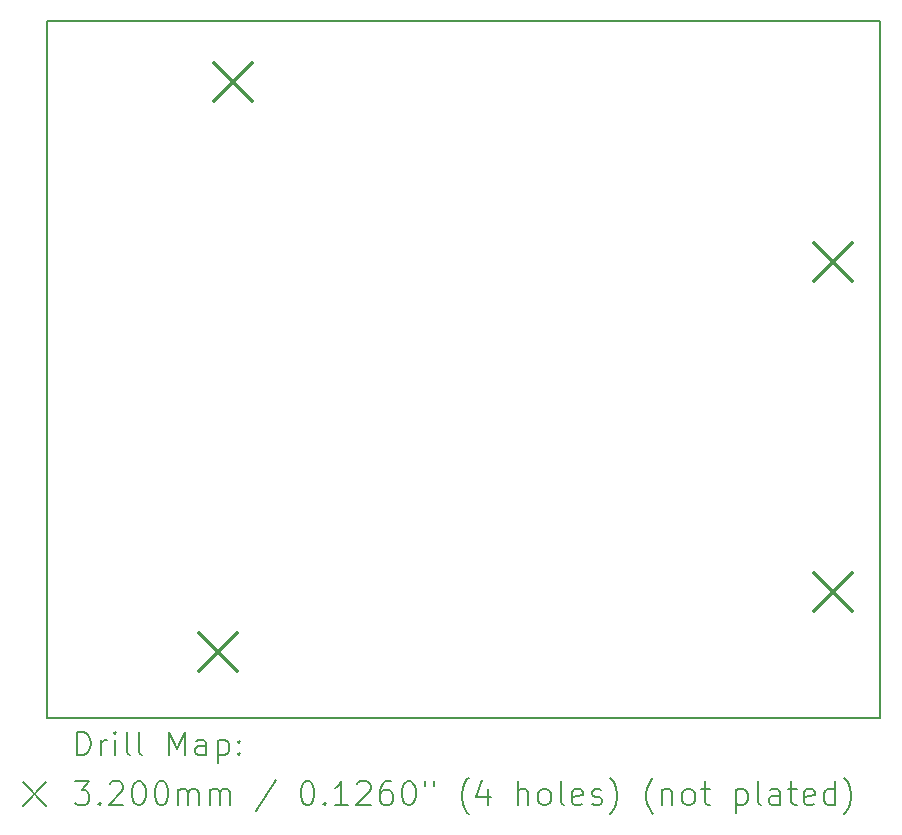
<source format=gbr>
%TF.GenerationSoftware,KiCad,Pcbnew,8.0.8*%
%TF.CreationDate,2025-02-15T02:14:24-07:00*%
%TF.ProjectId,bubble_detector_v2_shield,62756262-6c65-45f6-9465-746563746f72,rev?*%
%TF.SameCoordinates,Original*%
%TF.FileFunction,Drillmap*%
%TF.FilePolarity,Positive*%
%FSLAX45Y45*%
G04 Gerber Fmt 4.5, Leading zero omitted, Abs format (unit mm)*
G04 Created by KiCad (PCBNEW 8.0.8) date 2025-02-15 02:14:24*
%MOMM*%
%LPD*%
G01*
G04 APERTURE LIST*
%ADD10C,0.150000*%
%ADD11C,0.200000*%
%ADD12C,0.320000*%
G04 APERTURE END LIST*
D10*
X9950000Y-4400000D02*
X10850000Y-4400000D01*
X9950000Y-10300000D02*
X9950000Y-4400000D01*
X10850000Y-10300000D02*
X9950000Y-10300000D01*
X17000000Y-10300000D02*
X17000000Y-10200000D01*
X10850000Y-10300000D02*
X17000000Y-10300000D01*
X17000000Y-4400000D02*
X10850000Y-4400000D01*
X17000000Y-10200000D02*
X17000000Y-4400000D01*
D11*
D12*
X11237000Y-9586000D02*
X11557000Y-9906000D01*
X11557000Y-9586000D02*
X11237000Y-9906000D01*
X11364000Y-4760000D02*
X11684000Y-5080000D01*
X11684000Y-4760000D02*
X11364000Y-5080000D01*
X16444000Y-6284000D02*
X16764000Y-6604000D01*
X16764000Y-6284000D02*
X16444000Y-6604000D01*
X16444000Y-9078000D02*
X16764000Y-9398000D01*
X16764000Y-9078000D02*
X16444000Y-9398000D01*
D11*
X10203277Y-10618984D02*
X10203277Y-10418984D01*
X10203277Y-10418984D02*
X10250896Y-10418984D01*
X10250896Y-10418984D02*
X10279467Y-10428508D01*
X10279467Y-10428508D02*
X10298515Y-10447555D01*
X10298515Y-10447555D02*
X10308039Y-10466603D01*
X10308039Y-10466603D02*
X10317563Y-10504698D01*
X10317563Y-10504698D02*
X10317563Y-10533270D01*
X10317563Y-10533270D02*
X10308039Y-10571365D01*
X10308039Y-10571365D02*
X10298515Y-10590412D01*
X10298515Y-10590412D02*
X10279467Y-10609460D01*
X10279467Y-10609460D02*
X10250896Y-10618984D01*
X10250896Y-10618984D02*
X10203277Y-10618984D01*
X10403277Y-10618984D02*
X10403277Y-10485650D01*
X10403277Y-10523746D02*
X10412801Y-10504698D01*
X10412801Y-10504698D02*
X10422324Y-10495174D01*
X10422324Y-10495174D02*
X10441372Y-10485650D01*
X10441372Y-10485650D02*
X10460420Y-10485650D01*
X10527086Y-10618984D02*
X10527086Y-10485650D01*
X10527086Y-10418984D02*
X10517563Y-10428508D01*
X10517563Y-10428508D02*
X10527086Y-10438031D01*
X10527086Y-10438031D02*
X10536610Y-10428508D01*
X10536610Y-10428508D02*
X10527086Y-10418984D01*
X10527086Y-10418984D02*
X10527086Y-10438031D01*
X10650896Y-10618984D02*
X10631848Y-10609460D01*
X10631848Y-10609460D02*
X10622324Y-10590412D01*
X10622324Y-10590412D02*
X10622324Y-10418984D01*
X10755658Y-10618984D02*
X10736610Y-10609460D01*
X10736610Y-10609460D02*
X10727086Y-10590412D01*
X10727086Y-10590412D02*
X10727086Y-10418984D01*
X10984229Y-10618984D02*
X10984229Y-10418984D01*
X10984229Y-10418984D02*
X11050896Y-10561841D01*
X11050896Y-10561841D02*
X11117563Y-10418984D01*
X11117563Y-10418984D02*
X11117563Y-10618984D01*
X11298515Y-10618984D02*
X11298515Y-10514222D01*
X11298515Y-10514222D02*
X11288991Y-10495174D01*
X11288991Y-10495174D02*
X11269943Y-10485650D01*
X11269943Y-10485650D02*
X11231848Y-10485650D01*
X11231848Y-10485650D02*
X11212801Y-10495174D01*
X11298515Y-10609460D02*
X11279467Y-10618984D01*
X11279467Y-10618984D02*
X11231848Y-10618984D01*
X11231848Y-10618984D02*
X11212801Y-10609460D01*
X11212801Y-10609460D02*
X11203277Y-10590412D01*
X11203277Y-10590412D02*
X11203277Y-10571365D01*
X11203277Y-10571365D02*
X11212801Y-10552317D01*
X11212801Y-10552317D02*
X11231848Y-10542793D01*
X11231848Y-10542793D02*
X11279467Y-10542793D01*
X11279467Y-10542793D02*
X11298515Y-10533270D01*
X11393753Y-10485650D02*
X11393753Y-10685650D01*
X11393753Y-10495174D02*
X11412801Y-10485650D01*
X11412801Y-10485650D02*
X11450896Y-10485650D01*
X11450896Y-10485650D02*
X11469943Y-10495174D01*
X11469943Y-10495174D02*
X11479467Y-10504698D01*
X11479467Y-10504698D02*
X11488991Y-10523746D01*
X11488991Y-10523746D02*
X11488991Y-10580889D01*
X11488991Y-10580889D02*
X11479467Y-10599936D01*
X11479467Y-10599936D02*
X11469943Y-10609460D01*
X11469943Y-10609460D02*
X11450896Y-10618984D01*
X11450896Y-10618984D02*
X11412801Y-10618984D01*
X11412801Y-10618984D02*
X11393753Y-10609460D01*
X11574705Y-10599936D02*
X11584229Y-10609460D01*
X11584229Y-10609460D02*
X11574705Y-10618984D01*
X11574705Y-10618984D02*
X11565182Y-10609460D01*
X11565182Y-10609460D02*
X11574705Y-10599936D01*
X11574705Y-10599936D02*
X11574705Y-10618984D01*
X11574705Y-10495174D02*
X11584229Y-10504698D01*
X11584229Y-10504698D02*
X11574705Y-10514222D01*
X11574705Y-10514222D02*
X11565182Y-10504698D01*
X11565182Y-10504698D02*
X11574705Y-10495174D01*
X11574705Y-10495174D02*
X11574705Y-10514222D01*
X9742500Y-10847500D02*
X9942500Y-11047500D01*
X9942500Y-10847500D02*
X9742500Y-11047500D01*
X10184229Y-10838984D02*
X10308039Y-10838984D01*
X10308039Y-10838984D02*
X10241372Y-10915174D01*
X10241372Y-10915174D02*
X10269944Y-10915174D01*
X10269944Y-10915174D02*
X10288991Y-10924698D01*
X10288991Y-10924698D02*
X10298515Y-10934222D01*
X10298515Y-10934222D02*
X10308039Y-10953270D01*
X10308039Y-10953270D02*
X10308039Y-11000889D01*
X10308039Y-11000889D02*
X10298515Y-11019936D01*
X10298515Y-11019936D02*
X10288991Y-11029460D01*
X10288991Y-11029460D02*
X10269944Y-11038984D01*
X10269944Y-11038984D02*
X10212801Y-11038984D01*
X10212801Y-11038984D02*
X10193753Y-11029460D01*
X10193753Y-11029460D02*
X10184229Y-11019936D01*
X10393753Y-11019936D02*
X10403277Y-11029460D01*
X10403277Y-11029460D02*
X10393753Y-11038984D01*
X10393753Y-11038984D02*
X10384229Y-11029460D01*
X10384229Y-11029460D02*
X10393753Y-11019936D01*
X10393753Y-11019936D02*
X10393753Y-11038984D01*
X10479467Y-10858031D02*
X10488991Y-10848508D01*
X10488991Y-10848508D02*
X10508039Y-10838984D01*
X10508039Y-10838984D02*
X10555658Y-10838984D01*
X10555658Y-10838984D02*
X10574705Y-10848508D01*
X10574705Y-10848508D02*
X10584229Y-10858031D01*
X10584229Y-10858031D02*
X10593753Y-10877079D01*
X10593753Y-10877079D02*
X10593753Y-10896127D01*
X10593753Y-10896127D02*
X10584229Y-10924698D01*
X10584229Y-10924698D02*
X10469944Y-11038984D01*
X10469944Y-11038984D02*
X10593753Y-11038984D01*
X10717563Y-10838984D02*
X10736610Y-10838984D01*
X10736610Y-10838984D02*
X10755658Y-10848508D01*
X10755658Y-10848508D02*
X10765182Y-10858031D01*
X10765182Y-10858031D02*
X10774705Y-10877079D01*
X10774705Y-10877079D02*
X10784229Y-10915174D01*
X10784229Y-10915174D02*
X10784229Y-10962793D01*
X10784229Y-10962793D02*
X10774705Y-11000889D01*
X10774705Y-11000889D02*
X10765182Y-11019936D01*
X10765182Y-11019936D02*
X10755658Y-11029460D01*
X10755658Y-11029460D02*
X10736610Y-11038984D01*
X10736610Y-11038984D02*
X10717563Y-11038984D01*
X10717563Y-11038984D02*
X10698515Y-11029460D01*
X10698515Y-11029460D02*
X10688991Y-11019936D01*
X10688991Y-11019936D02*
X10679467Y-11000889D01*
X10679467Y-11000889D02*
X10669944Y-10962793D01*
X10669944Y-10962793D02*
X10669944Y-10915174D01*
X10669944Y-10915174D02*
X10679467Y-10877079D01*
X10679467Y-10877079D02*
X10688991Y-10858031D01*
X10688991Y-10858031D02*
X10698515Y-10848508D01*
X10698515Y-10848508D02*
X10717563Y-10838984D01*
X10908039Y-10838984D02*
X10927086Y-10838984D01*
X10927086Y-10838984D02*
X10946134Y-10848508D01*
X10946134Y-10848508D02*
X10955658Y-10858031D01*
X10955658Y-10858031D02*
X10965182Y-10877079D01*
X10965182Y-10877079D02*
X10974705Y-10915174D01*
X10974705Y-10915174D02*
X10974705Y-10962793D01*
X10974705Y-10962793D02*
X10965182Y-11000889D01*
X10965182Y-11000889D02*
X10955658Y-11019936D01*
X10955658Y-11019936D02*
X10946134Y-11029460D01*
X10946134Y-11029460D02*
X10927086Y-11038984D01*
X10927086Y-11038984D02*
X10908039Y-11038984D01*
X10908039Y-11038984D02*
X10888991Y-11029460D01*
X10888991Y-11029460D02*
X10879467Y-11019936D01*
X10879467Y-11019936D02*
X10869944Y-11000889D01*
X10869944Y-11000889D02*
X10860420Y-10962793D01*
X10860420Y-10962793D02*
X10860420Y-10915174D01*
X10860420Y-10915174D02*
X10869944Y-10877079D01*
X10869944Y-10877079D02*
X10879467Y-10858031D01*
X10879467Y-10858031D02*
X10888991Y-10848508D01*
X10888991Y-10848508D02*
X10908039Y-10838984D01*
X11060420Y-11038984D02*
X11060420Y-10905650D01*
X11060420Y-10924698D02*
X11069944Y-10915174D01*
X11069944Y-10915174D02*
X11088991Y-10905650D01*
X11088991Y-10905650D02*
X11117563Y-10905650D01*
X11117563Y-10905650D02*
X11136610Y-10915174D01*
X11136610Y-10915174D02*
X11146134Y-10934222D01*
X11146134Y-10934222D02*
X11146134Y-11038984D01*
X11146134Y-10934222D02*
X11155658Y-10915174D01*
X11155658Y-10915174D02*
X11174705Y-10905650D01*
X11174705Y-10905650D02*
X11203277Y-10905650D01*
X11203277Y-10905650D02*
X11222324Y-10915174D01*
X11222324Y-10915174D02*
X11231848Y-10934222D01*
X11231848Y-10934222D02*
X11231848Y-11038984D01*
X11327086Y-11038984D02*
X11327086Y-10905650D01*
X11327086Y-10924698D02*
X11336610Y-10915174D01*
X11336610Y-10915174D02*
X11355658Y-10905650D01*
X11355658Y-10905650D02*
X11384229Y-10905650D01*
X11384229Y-10905650D02*
X11403277Y-10915174D01*
X11403277Y-10915174D02*
X11412801Y-10934222D01*
X11412801Y-10934222D02*
X11412801Y-11038984D01*
X11412801Y-10934222D02*
X11422324Y-10915174D01*
X11422324Y-10915174D02*
X11441372Y-10905650D01*
X11441372Y-10905650D02*
X11469943Y-10905650D01*
X11469943Y-10905650D02*
X11488991Y-10915174D01*
X11488991Y-10915174D02*
X11498515Y-10934222D01*
X11498515Y-10934222D02*
X11498515Y-11038984D01*
X11888991Y-10829460D02*
X11717563Y-11086603D01*
X12146134Y-10838984D02*
X12165182Y-10838984D01*
X12165182Y-10838984D02*
X12184229Y-10848508D01*
X12184229Y-10848508D02*
X12193753Y-10858031D01*
X12193753Y-10858031D02*
X12203277Y-10877079D01*
X12203277Y-10877079D02*
X12212801Y-10915174D01*
X12212801Y-10915174D02*
X12212801Y-10962793D01*
X12212801Y-10962793D02*
X12203277Y-11000889D01*
X12203277Y-11000889D02*
X12193753Y-11019936D01*
X12193753Y-11019936D02*
X12184229Y-11029460D01*
X12184229Y-11029460D02*
X12165182Y-11038984D01*
X12165182Y-11038984D02*
X12146134Y-11038984D01*
X12146134Y-11038984D02*
X12127086Y-11029460D01*
X12127086Y-11029460D02*
X12117563Y-11019936D01*
X12117563Y-11019936D02*
X12108039Y-11000889D01*
X12108039Y-11000889D02*
X12098515Y-10962793D01*
X12098515Y-10962793D02*
X12098515Y-10915174D01*
X12098515Y-10915174D02*
X12108039Y-10877079D01*
X12108039Y-10877079D02*
X12117563Y-10858031D01*
X12117563Y-10858031D02*
X12127086Y-10848508D01*
X12127086Y-10848508D02*
X12146134Y-10838984D01*
X12298515Y-11019936D02*
X12308039Y-11029460D01*
X12308039Y-11029460D02*
X12298515Y-11038984D01*
X12298515Y-11038984D02*
X12288991Y-11029460D01*
X12288991Y-11029460D02*
X12298515Y-11019936D01*
X12298515Y-11019936D02*
X12298515Y-11038984D01*
X12498515Y-11038984D02*
X12384229Y-11038984D01*
X12441372Y-11038984D02*
X12441372Y-10838984D01*
X12441372Y-10838984D02*
X12422325Y-10867555D01*
X12422325Y-10867555D02*
X12403277Y-10886603D01*
X12403277Y-10886603D02*
X12384229Y-10896127D01*
X12574706Y-10858031D02*
X12584229Y-10848508D01*
X12584229Y-10848508D02*
X12603277Y-10838984D01*
X12603277Y-10838984D02*
X12650896Y-10838984D01*
X12650896Y-10838984D02*
X12669944Y-10848508D01*
X12669944Y-10848508D02*
X12679467Y-10858031D01*
X12679467Y-10858031D02*
X12688991Y-10877079D01*
X12688991Y-10877079D02*
X12688991Y-10896127D01*
X12688991Y-10896127D02*
X12679467Y-10924698D01*
X12679467Y-10924698D02*
X12565182Y-11038984D01*
X12565182Y-11038984D02*
X12688991Y-11038984D01*
X12860420Y-10838984D02*
X12822325Y-10838984D01*
X12822325Y-10838984D02*
X12803277Y-10848508D01*
X12803277Y-10848508D02*
X12793753Y-10858031D01*
X12793753Y-10858031D02*
X12774706Y-10886603D01*
X12774706Y-10886603D02*
X12765182Y-10924698D01*
X12765182Y-10924698D02*
X12765182Y-11000889D01*
X12765182Y-11000889D02*
X12774706Y-11019936D01*
X12774706Y-11019936D02*
X12784229Y-11029460D01*
X12784229Y-11029460D02*
X12803277Y-11038984D01*
X12803277Y-11038984D02*
X12841372Y-11038984D01*
X12841372Y-11038984D02*
X12860420Y-11029460D01*
X12860420Y-11029460D02*
X12869944Y-11019936D01*
X12869944Y-11019936D02*
X12879467Y-11000889D01*
X12879467Y-11000889D02*
X12879467Y-10953270D01*
X12879467Y-10953270D02*
X12869944Y-10934222D01*
X12869944Y-10934222D02*
X12860420Y-10924698D01*
X12860420Y-10924698D02*
X12841372Y-10915174D01*
X12841372Y-10915174D02*
X12803277Y-10915174D01*
X12803277Y-10915174D02*
X12784229Y-10924698D01*
X12784229Y-10924698D02*
X12774706Y-10934222D01*
X12774706Y-10934222D02*
X12765182Y-10953270D01*
X13003277Y-10838984D02*
X13022325Y-10838984D01*
X13022325Y-10838984D02*
X13041372Y-10848508D01*
X13041372Y-10848508D02*
X13050896Y-10858031D01*
X13050896Y-10858031D02*
X13060420Y-10877079D01*
X13060420Y-10877079D02*
X13069944Y-10915174D01*
X13069944Y-10915174D02*
X13069944Y-10962793D01*
X13069944Y-10962793D02*
X13060420Y-11000889D01*
X13060420Y-11000889D02*
X13050896Y-11019936D01*
X13050896Y-11019936D02*
X13041372Y-11029460D01*
X13041372Y-11029460D02*
X13022325Y-11038984D01*
X13022325Y-11038984D02*
X13003277Y-11038984D01*
X13003277Y-11038984D02*
X12984229Y-11029460D01*
X12984229Y-11029460D02*
X12974706Y-11019936D01*
X12974706Y-11019936D02*
X12965182Y-11000889D01*
X12965182Y-11000889D02*
X12955658Y-10962793D01*
X12955658Y-10962793D02*
X12955658Y-10915174D01*
X12955658Y-10915174D02*
X12965182Y-10877079D01*
X12965182Y-10877079D02*
X12974706Y-10858031D01*
X12974706Y-10858031D02*
X12984229Y-10848508D01*
X12984229Y-10848508D02*
X13003277Y-10838984D01*
X13146134Y-10838984D02*
X13146134Y-10877079D01*
X13222325Y-10838984D02*
X13222325Y-10877079D01*
X13517563Y-11115174D02*
X13508039Y-11105650D01*
X13508039Y-11105650D02*
X13488991Y-11077079D01*
X13488991Y-11077079D02*
X13479468Y-11058031D01*
X13479468Y-11058031D02*
X13469944Y-11029460D01*
X13469944Y-11029460D02*
X13460420Y-10981841D01*
X13460420Y-10981841D02*
X13460420Y-10943746D01*
X13460420Y-10943746D02*
X13469944Y-10896127D01*
X13469944Y-10896127D02*
X13479468Y-10867555D01*
X13479468Y-10867555D02*
X13488991Y-10848508D01*
X13488991Y-10848508D02*
X13508039Y-10819936D01*
X13508039Y-10819936D02*
X13517563Y-10810412D01*
X13679468Y-10905650D02*
X13679468Y-11038984D01*
X13631848Y-10829460D02*
X13584229Y-10972317D01*
X13584229Y-10972317D02*
X13708039Y-10972317D01*
X13936610Y-11038984D02*
X13936610Y-10838984D01*
X14022325Y-11038984D02*
X14022325Y-10934222D01*
X14022325Y-10934222D02*
X14012801Y-10915174D01*
X14012801Y-10915174D02*
X13993753Y-10905650D01*
X13993753Y-10905650D02*
X13965182Y-10905650D01*
X13965182Y-10905650D02*
X13946134Y-10915174D01*
X13946134Y-10915174D02*
X13936610Y-10924698D01*
X14146134Y-11038984D02*
X14127087Y-11029460D01*
X14127087Y-11029460D02*
X14117563Y-11019936D01*
X14117563Y-11019936D02*
X14108039Y-11000889D01*
X14108039Y-11000889D02*
X14108039Y-10943746D01*
X14108039Y-10943746D02*
X14117563Y-10924698D01*
X14117563Y-10924698D02*
X14127087Y-10915174D01*
X14127087Y-10915174D02*
X14146134Y-10905650D01*
X14146134Y-10905650D02*
X14174706Y-10905650D01*
X14174706Y-10905650D02*
X14193753Y-10915174D01*
X14193753Y-10915174D02*
X14203277Y-10924698D01*
X14203277Y-10924698D02*
X14212801Y-10943746D01*
X14212801Y-10943746D02*
X14212801Y-11000889D01*
X14212801Y-11000889D02*
X14203277Y-11019936D01*
X14203277Y-11019936D02*
X14193753Y-11029460D01*
X14193753Y-11029460D02*
X14174706Y-11038984D01*
X14174706Y-11038984D02*
X14146134Y-11038984D01*
X14327087Y-11038984D02*
X14308039Y-11029460D01*
X14308039Y-11029460D02*
X14298515Y-11010412D01*
X14298515Y-11010412D02*
X14298515Y-10838984D01*
X14479468Y-11029460D02*
X14460420Y-11038984D01*
X14460420Y-11038984D02*
X14422325Y-11038984D01*
X14422325Y-11038984D02*
X14403277Y-11029460D01*
X14403277Y-11029460D02*
X14393753Y-11010412D01*
X14393753Y-11010412D02*
X14393753Y-10934222D01*
X14393753Y-10934222D02*
X14403277Y-10915174D01*
X14403277Y-10915174D02*
X14422325Y-10905650D01*
X14422325Y-10905650D02*
X14460420Y-10905650D01*
X14460420Y-10905650D02*
X14479468Y-10915174D01*
X14479468Y-10915174D02*
X14488991Y-10934222D01*
X14488991Y-10934222D02*
X14488991Y-10953270D01*
X14488991Y-10953270D02*
X14393753Y-10972317D01*
X14565182Y-11029460D02*
X14584230Y-11038984D01*
X14584230Y-11038984D02*
X14622325Y-11038984D01*
X14622325Y-11038984D02*
X14641372Y-11029460D01*
X14641372Y-11029460D02*
X14650896Y-11010412D01*
X14650896Y-11010412D02*
X14650896Y-11000889D01*
X14650896Y-11000889D02*
X14641372Y-10981841D01*
X14641372Y-10981841D02*
X14622325Y-10972317D01*
X14622325Y-10972317D02*
X14593753Y-10972317D01*
X14593753Y-10972317D02*
X14574706Y-10962793D01*
X14574706Y-10962793D02*
X14565182Y-10943746D01*
X14565182Y-10943746D02*
X14565182Y-10934222D01*
X14565182Y-10934222D02*
X14574706Y-10915174D01*
X14574706Y-10915174D02*
X14593753Y-10905650D01*
X14593753Y-10905650D02*
X14622325Y-10905650D01*
X14622325Y-10905650D02*
X14641372Y-10915174D01*
X14717563Y-11115174D02*
X14727087Y-11105650D01*
X14727087Y-11105650D02*
X14746134Y-11077079D01*
X14746134Y-11077079D02*
X14755658Y-11058031D01*
X14755658Y-11058031D02*
X14765182Y-11029460D01*
X14765182Y-11029460D02*
X14774706Y-10981841D01*
X14774706Y-10981841D02*
X14774706Y-10943746D01*
X14774706Y-10943746D02*
X14765182Y-10896127D01*
X14765182Y-10896127D02*
X14755658Y-10867555D01*
X14755658Y-10867555D02*
X14746134Y-10848508D01*
X14746134Y-10848508D02*
X14727087Y-10819936D01*
X14727087Y-10819936D02*
X14717563Y-10810412D01*
X15079468Y-11115174D02*
X15069944Y-11105650D01*
X15069944Y-11105650D02*
X15050896Y-11077079D01*
X15050896Y-11077079D02*
X15041372Y-11058031D01*
X15041372Y-11058031D02*
X15031849Y-11029460D01*
X15031849Y-11029460D02*
X15022325Y-10981841D01*
X15022325Y-10981841D02*
X15022325Y-10943746D01*
X15022325Y-10943746D02*
X15031849Y-10896127D01*
X15031849Y-10896127D02*
X15041372Y-10867555D01*
X15041372Y-10867555D02*
X15050896Y-10848508D01*
X15050896Y-10848508D02*
X15069944Y-10819936D01*
X15069944Y-10819936D02*
X15079468Y-10810412D01*
X15155658Y-10905650D02*
X15155658Y-11038984D01*
X15155658Y-10924698D02*
X15165182Y-10915174D01*
X15165182Y-10915174D02*
X15184230Y-10905650D01*
X15184230Y-10905650D02*
X15212801Y-10905650D01*
X15212801Y-10905650D02*
X15231849Y-10915174D01*
X15231849Y-10915174D02*
X15241372Y-10934222D01*
X15241372Y-10934222D02*
X15241372Y-11038984D01*
X15365182Y-11038984D02*
X15346134Y-11029460D01*
X15346134Y-11029460D02*
X15336611Y-11019936D01*
X15336611Y-11019936D02*
X15327087Y-11000889D01*
X15327087Y-11000889D02*
X15327087Y-10943746D01*
X15327087Y-10943746D02*
X15336611Y-10924698D01*
X15336611Y-10924698D02*
X15346134Y-10915174D01*
X15346134Y-10915174D02*
X15365182Y-10905650D01*
X15365182Y-10905650D02*
X15393753Y-10905650D01*
X15393753Y-10905650D02*
X15412801Y-10915174D01*
X15412801Y-10915174D02*
X15422325Y-10924698D01*
X15422325Y-10924698D02*
X15431849Y-10943746D01*
X15431849Y-10943746D02*
X15431849Y-11000889D01*
X15431849Y-11000889D02*
X15422325Y-11019936D01*
X15422325Y-11019936D02*
X15412801Y-11029460D01*
X15412801Y-11029460D02*
X15393753Y-11038984D01*
X15393753Y-11038984D02*
X15365182Y-11038984D01*
X15488992Y-10905650D02*
X15565182Y-10905650D01*
X15517563Y-10838984D02*
X15517563Y-11010412D01*
X15517563Y-11010412D02*
X15527087Y-11029460D01*
X15527087Y-11029460D02*
X15546134Y-11038984D01*
X15546134Y-11038984D02*
X15565182Y-11038984D01*
X15784230Y-10905650D02*
X15784230Y-11105650D01*
X15784230Y-10915174D02*
X15803277Y-10905650D01*
X15803277Y-10905650D02*
X15841373Y-10905650D01*
X15841373Y-10905650D02*
X15860420Y-10915174D01*
X15860420Y-10915174D02*
X15869944Y-10924698D01*
X15869944Y-10924698D02*
X15879468Y-10943746D01*
X15879468Y-10943746D02*
X15879468Y-11000889D01*
X15879468Y-11000889D02*
X15869944Y-11019936D01*
X15869944Y-11019936D02*
X15860420Y-11029460D01*
X15860420Y-11029460D02*
X15841373Y-11038984D01*
X15841373Y-11038984D02*
X15803277Y-11038984D01*
X15803277Y-11038984D02*
X15784230Y-11029460D01*
X15993753Y-11038984D02*
X15974706Y-11029460D01*
X15974706Y-11029460D02*
X15965182Y-11010412D01*
X15965182Y-11010412D02*
X15965182Y-10838984D01*
X16155658Y-11038984D02*
X16155658Y-10934222D01*
X16155658Y-10934222D02*
X16146134Y-10915174D01*
X16146134Y-10915174D02*
X16127087Y-10905650D01*
X16127087Y-10905650D02*
X16088992Y-10905650D01*
X16088992Y-10905650D02*
X16069944Y-10915174D01*
X16155658Y-11029460D02*
X16136611Y-11038984D01*
X16136611Y-11038984D02*
X16088992Y-11038984D01*
X16088992Y-11038984D02*
X16069944Y-11029460D01*
X16069944Y-11029460D02*
X16060420Y-11010412D01*
X16060420Y-11010412D02*
X16060420Y-10991365D01*
X16060420Y-10991365D02*
X16069944Y-10972317D01*
X16069944Y-10972317D02*
X16088992Y-10962793D01*
X16088992Y-10962793D02*
X16136611Y-10962793D01*
X16136611Y-10962793D02*
X16155658Y-10953270D01*
X16222325Y-10905650D02*
X16298515Y-10905650D01*
X16250896Y-10838984D02*
X16250896Y-11010412D01*
X16250896Y-11010412D02*
X16260420Y-11029460D01*
X16260420Y-11029460D02*
X16279468Y-11038984D01*
X16279468Y-11038984D02*
X16298515Y-11038984D01*
X16441373Y-11029460D02*
X16422325Y-11038984D01*
X16422325Y-11038984D02*
X16384230Y-11038984D01*
X16384230Y-11038984D02*
X16365182Y-11029460D01*
X16365182Y-11029460D02*
X16355658Y-11010412D01*
X16355658Y-11010412D02*
X16355658Y-10934222D01*
X16355658Y-10934222D02*
X16365182Y-10915174D01*
X16365182Y-10915174D02*
X16384230Y-10905650D01*
X16384230Y-10905650D02*
X16422325Y-10905650D01*
X16422325Y-10905650D02*
X16441373Y-10915174D01*
X16441373Y-10915174D02*
X16450896Y-10934222D01*
X16450896Y-10934222D02*
X16450896Y-10953270D01*
X16450896Y-10953270D02*
X16355658Y-10972317D01*
X16622325Y-11038984D02*
X16622325Y-10838984D01*
X16622325Y-11029460D02*
X16603277Y-11038984D01*
X16603277Y-11038984D02*
X16565182Y-11038984D01*
X16565182Y-11038984D02*
X16546134Y-11029460D01*
X16546134Y-11029460D02*
X16536611Y-11019936D01*
X16536611Y-11019936D02*
X16527087Y-11000889D01*
X16527087Y-11000889D02*
X16527087Y-10943746D01*
X16527087Y-10943746D02*
X16536611Y-10924698D01*
X16536611Y-10924698D02*
X16546134Y-10915174D01*
X16546134Y-10915174D02*
X16565182Y-10905650D01*
X16565182Y-10905650D02*
X16603277Y-10905650D01*
X16603277Y-10905650D02*
X16622325Y-10915174D01*
X16698515Y-11115174D02*
X16708039Y-11105650D01*
X16708039Y-11105650D02*
X16727087Y-11077079D01*
X16727087Y-11077079D02*
X16736611Y-11058031D01*
X16736611Y-11058031D02*
X16746134Y-11029460D01*
X16746134Y-11029460D02*
X16755658Y-10981841D01*
X16755658Y-10981841D02*
X16755658Y-10943746D01*
X16755658Y-10943746D02*
X16746134Y-10896127D01*
X16746134Y-10896127D02*
X16736611Y-10867555D01*
X16736611Y-10867555D02*
X16727087Y-10848508D01*
X16727087Y-10848508D02*
X16708039Y-10819936D01*
X16708039Y-10819936D02*
X16698515Y-10810412D01*
M02*

</source>
